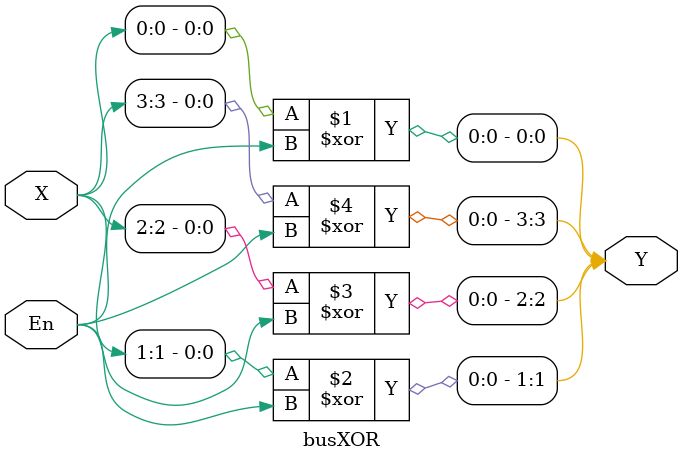
<source format=v>
/*module testbench;

	reg [3:0] A,B;		// Input Registers
	reg [2:0] C;		// Control Signal
	reg [4:0] i; 		// Debugging only
	output [3:0] out;	// Output Register

	ALU myALU(out, A,B, C[2], C[1], C[0]);
	
	initial begin
		A <= 4'b0000;
		B <= 4'b0000;
		C <= 3'b111; // Control input signal
		
		$dumpfile("alu.vcd"); 
		$dumpvars(0, myALU);
		
	end

endmodule
*/

module ALU2(S, A, B, L,M,N);
   input [3:0] A,B;     // Input Registers
   input L, M, N;     // Control Input
   output [3:0] S;      // Output Register
    
	// 4bit wires
	wire [3:0] inA, inB, afterEnA, afterEnB;
	wire [3:0] AandB, AorB, AplusB, AxB, AxorB;
	
	// 1bit wires
	wire EnA, EnB, ABar, BBar, P, Q, R, cIn,  cOut;
	
	moduleEnA myEnA(EnA, L, M, N);
	moduleEnB myEnB(EnB, L, M, N);
	moduleABar myABar(ABar, L, M, N);
	moduleBBar myBBar(BBar, L, M, N);
	moduleCin myCin(cIn, L, M, N);
	
	// AND Module - take bus input if En=1
	busAND myAND1(afterEnA, A, EnA);
	busAND myAND2(afterEnB, B, EnB);
	
	// XOR Module - invert bus input if En=1
	busXOR myXOR1(inA, afterEnA, ABar);
	busXOR myXOR2(inB, afterEnB, BBar);
	
	// -A, -B, A+B, A-B handle from this 4bit Full Adder
	fourBitFullAdder myFullAdder(AplusB,cOut, inA,inB,cIn);
	
	// Bitwise AND operation
	bitwiseAndAB  myAndAB(AandB, A,B);
	
	// Bitwise OR Operation
	bitwiseOrAB myOrAB(AorB, A,B);
	
	// A*B Operation
	AmultiplyB myAxB(AxB, A,B);
	
	// Bonus Operation - A xor B
	bitwiseXOR myAxorB(AxorB, A, B);
	
	// Final output switching modules
	modulePQRfromLMN myController(P,Q,R, L,M,N);
	outputSelector myOutput(S, P,Q,R, AplusB, AandB, AorB, AxB, AxorB);

endmodule

module bitwiseAndAB(R, A, B);
    input [3:0] A, B;
    output [3:0] R;
    
	// S = A & B
    and myAND0(R[0], A[0], B[0]);
    and myAND1(R[1], A[1], B[1]);
    and myAND2(R[2], A[2], B[2]);
    and myAND3(R[3], A[3], B[3]);
    
endmodule

module bitwiseOrAB(R, A, B);
    input [3:0] A, B;
    output [3:0] R;
    
    or (R[0], A[0], B[0]);
    or (R[1], A[1], B[1]);
    or (R[2], A[2], B[2]);
    or (R[3], A[3], B[3]);
    
endmodule

module AmultiplyB(R, A,B);
	input [3:0] A,B;
	output [3:0] R;//, R2;

	wire [3:0] X0, X1, X2, X3, Y1, Y2, Y3, S1, S2, S3;
	wire p0, p1, p2, p3, p4, p5, p6, p7, cOut1, cOut2, cOut3;
	
	// Level 1
	busAND myA0(X0, A , B[0]);
	busAND myA1(Y1, A, B[1]);
	fourBitFullAdder fA0(S1,cOut1, X1,Y1,1'b0);

	assign p0 = X0[0];
	assign X1[0] = X0[1];
	assign X1[1] = X0[2];
	assign X1[2] = X0[3];
	assign X1[3] = 1'b0;

	// Level 2
	busAND myA2(Y2, A, B[2]);
	fourBitFullAdder fA1(S2,cOut2, X2,Y2,1'b0);

	assign p1 = S1[0];
	assign X2[0] = S1[1];
	assign X2[1] = S1[2];
	assign X2[2] = S1[3];
	assign X2[3] = cOut1;

	// Level 3
	busAND myA3(Y3, A, B[3]);
	fourBitFullAdder fA2(S3,cOut3, X3,Y3,1'b0);
	
	assign p2 = S2[0];
	assign X3[0] = S2[1];
	assign X3[1] = S2[2];
	assign X3[2] = S2[3];
	assign X3[3] = cOut2;

	// Level 4
	assign p3 = S3[0];
	assign p4 = S3[1];
	assign p5 = S3[2];
	assign p6 = S3[3];
	assign p7 = cOut3;

	// Final output
	assign R[0] = p0;
	assign R[1] = p1;
	assign R[2] = p2;
	assign R[3] = p3;

	// Overflowed output
	/*assign R2[0] = p4;
	assign R2[1] = p5;
	assign R2[2] = p6;
	assign R2[3] = p7;*/
	endmodule

module bitwiseXOR(AxorB, A, B);
	input [3:0] A, B;
	output [3:0] AxorB;
    
	//AxorB  = A XOR B
	xor (AxorB[0], A[0], B[0]);
	xor (AxorB[1], A[1], B[1]);
	xor (AxorB[2], A[2], B[2]);
	xor (AxorB[3], A[3], B[3]);

endmodule


//---- Control Unit ------------------------------------------------------------------

module moduleEnA(enA, L,M,N);
	input L, M, N;
	output enA;
	wire notL, notM, notN, out1;
	
	// enA = (L'.M'.N)'
	not b1 (notL, L);
	not b2 (notM, M);
	
	and b4 (out1, notL, notM, N);
	not b5 (enA, out1);
	
endmodule 

module moduleEnB(enB, L,M,N);
	input L, M, N;
	output enB;
	wire notL, notM, notN, out2;
	
	// enB = (L'.M'.N')'
	not c1 (notL, L);
	not c2 (notM, M);
	not c3 (notN, N);
	
	and c4 (out2, notL, notM, notN);
	not c5 (enB, out2);

endmodule 

module moduleABar(ABar, L,M,N);
	input L, M, N;
	output ABar;
	wire notL, notM, notN;
	
	// ABar = (L'.M'.N')
	not c1 (notL, L);
	not c2 (notM, M);
	not c3 (notN, N);
	
	and c4 (ABar, notL, notM, notN);
	
endmodule 

module moduleBBar(BBar, L,M,N);
	input L, M, N;
	output BBar;
	wire notL, notN, out2;
	
	// BBar = (L'.N')
	not c1 (notL, L);
	not c3 (notN, N);
	and c4 (out2, notL, notN);
	not c5 (BBar, out2);

endmodule 

module moduleCin(cIn, L,M,N);
	input L,M,N;
	output cIn;
	wire notL, notN, out2;
	
	// cIn = (L'.M.N')'
	not f1(notL, L);
	not f2(notN, N);
	and f3(out2, notL, M, notN);
	not f4(cIn, out2);
	
endmodule 

module modulePQRfromLMN(P,Q,R, L,M,N);
	input L,M, N;
	output P, Q, R;
	wire xorMN, notN; 
	
	// P = L.(M (+) N)
	// Q = L.N'
	// R = L.M.N
	
	xor d1 (xorMN, M,N);
	not d2 (notN, N);
	
	and d3 (P, L,xorMN);
	and d4 (Q, L, notN);
	and d5 (R, L,M,N);

endmodule

module outputSelector(S, P,Q,R, AplusB, AandB, AorB, AxB, AxorB);
	// 4bit output selector
	input [3:0] AplusB, AandB, AorB, AxB, AxorB;
	input P,Q,R;
	output [3:0] S;

	oneBitOutputSelector f11(S[0], P,Q,R, AplusB[0], AandB[0], AorB[0], AxB[0], AxorB[0]);
	oneBitOutputSelector f12(S[1], P,Q,R, AplusB[1], AandB[1], AorB[1], AxB[1], AxorB[1]);
	oneBitOutputSelector f13(S[2], P,Q,R, AplusB[2], AandB[2], AorB[2], AxB[2], AxorB[2]);
	oneBitOutputSelector f14(S[3], P,Q,R, AplusB[3], AandB[3], AorB[3], AxB[3], AxorB[3]);
	
endmodule

module oneBitOutputSelector(S, P,Q,R, AplusB, AandB, AorB, AxB, AxorB);
	// 1bit output selector
	input AplusB, AandB, AorB, AxB, AxorB;
	input P,Q,R;
	output S;
	
	wire pBar, qBar, rBar;
	wire AplusB_out, AandB_out, AorB_out, AxB_out, AxorB_out;
	
	not f21(pBar, P);
	not f22(qBar, Q);
	not f23(rBar, R);
	
	and f24(AplusB_out, AplusB, pBar, qBar, rBar);
	and f25(AandB_out, AandB, pBar, Q, rBar);
	and f26(AorB_out, AorB, P, qBar, rBar);
	and f27(AxB_out, AxB, P, Q, rBar);
	and f28(AxorB_out, AxorB, R);
	
	or f29(S, AplusB_out, AandB_out, AorB_out, AxB_out, AxorB_out);
	
endmodule

//---- 4bit Full Adder ------------------------------------------------------------------

module fourBitFullAdder(AplusB,cOut, inA,inB,cIn);
	input [3:0] inA, inB;
	input cIn;	
	output [3:0] AplusB;	
	output cOut;
	wire w1, w2, w3;
 
	fullAdder add1(inA[0], inB[0], cIn, w1, AplusB[0]);
	fullAdder add2(inA[1], inB[1], w1, w2, AplusB[1]);
	fullAdder add3(inA[2], inB[2], w2, w3, AplusB[2]);
	fullAdder add4(inA[3], inB[3], w3, cOut, AplusB[3]);
endmodule


module fullAdder(A, B, cIn, cOut, S);
	input A,B, cIn;
	output cOut, S;
	wire x,y,z, p;

	halfAdder add1(A,B, x, y);
	halfAdder add2(y, cIn, z, S);
	or u1(cOut, x, z);
	
endmodule

module halfAdder(A, B, cOut, S);
	input A,B;
	output cOut, S;

	// Get A,B bits and results A+B
	and u1(cOut, A,B);
	xor u2(S, A,B);

endmodule

//---- support Modules for 4bit fullAdder ----------------------------------------------

module busAND(Y, X, En);
   input [3:0] X;
   input En;
   output [3:0] Y;
    
   // if (EnA==1) ? Y=X : Y= 4'b0000
	and f31(Y[0], X[0], En);
	and f32(Y[1], X[1], En);
	and f33(Y[2], X[2], En);
	and f34(Y[3], X[3], En);
	
endmodule

module busXOR(Y, X, En);
	input [3:0] X;
   input En;
   output [3:0] Y;

	// if (EnA==1) ? Y=xor(Y, 1) : Y= Y    
	xor f41(Y[0], X[0], En);
	xor f42(Y[1], X[1], En);
	xor f43(Y[2], X[2], En);
	xor f44(Y[3], X[3], En);
	
endmodule
</source>
